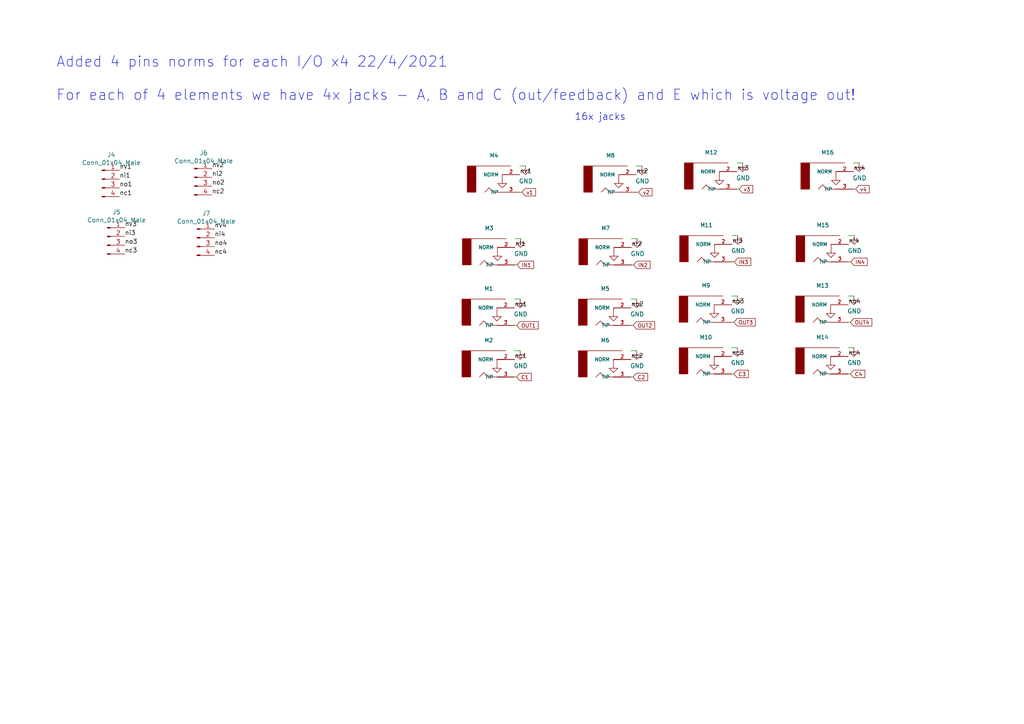
<source format=kicad_sch>
(kicad_sch (version 20211123) (generator eeschema)
  (paper "A4")
  (lib_symbols
    (symbol "Connector:Conn_01x04_Male" (pin_names (offset 1.016) hide)
      (property "Reference" "J" (at 0 5.08 0))
      (property "Value" "Conn_01x04_Male" (at 0 -7.62 0))
      (symbol "Conn_01x04_Male_1_1"
        (polyline (pts (xy 1.27 -5.08) (xy 0.8636 -5.08)) (stroke (width 0.1524)))
        (polyline (pts (xy 1.27 -2.54) (xy 0.8636 -2.54)) (stroke (width 0.1524)))
        (polyline (pts (xy 1.27 0) (xy 0.8636 0)) (stroke (width 0.1524)))
        (polyline (pts (xy 1.27 2.54) (xy 0.8636 2.54)) (stroke (width 0.1524)))
        (rectangle (start 0.8636 -4.953) (end 0 -5.207) (stroke (width 0.1524)) (fill (type outline)))
        (rectangle (start 0.8636 -2.413) (end 0 -2.667) (stroke (width 0.1524)) (fill (type outline)))
        (rectangle (start 0.8636 0.127) (end 0 -0.127) (stroke (width 0.1524)) (fill (type outline)))
        (rectangle (start 0.8636 2.667) (end 0 2.413) (stroke (width 0.1524)) (fill (type outline)))
        (pin passive line (at 5.08 2.54 180) (length 3.81) (name "Pin_1") (number "1"))
        (pin passive line (at 5.08 0 180) (length 3.81) (name "Pin_2") (number "2"))
        (pin passive line (at 5.08 -2.54 180) (length 3.81) (name "Pin_3") (number "3"))
        (pin passive line (at 5.08 -5.08 180) (length 3.81) (name "Pin_4") (number "4"))
      )
    )
    (symbol "power:GND" (power) (pin_names (offset 0))
      (property "Value" "GND" (at 0 -3.81 0))
      (symbol "GND_0_1"
        (polyline (pts (xy 0 0) (xy 0 -1.27) (xy 1.27 -1.27) (xy 0 -2.54) (xy -1.27 -1.27) (xy 0 -1.27)))
      )
      (symbol "GND_1_1"
        (pin power_in line (at 0 0 270) (length 0) hide (name "GND") (number "1"))
      )
    )
    (symbol "touch-rescue:AUDIO-JACKERTHENVAR-PJ398-allcolours-rescue" (pin_names (offset 1.016))
      (property "Reference" "M" (at -7.493 4.445 0))
      (symbol "AUDIO-JACKERTHENVAR-PJ398-allcolours-rescue_1_0"
        (polyline (pts (xy -5.08 2.54) (xy 5.08 2.54)))
        (polyline (pts (xy -2.54 -5.08) (xy -1.27 -3.81)))
        (polyline (pts (xy -1.27 -3.81) (xy 0 -5.08)))
        (polyline (pts (xy 0 -5.08) (xy 5.08 -5.08)))
        (polyline (pts (xy 1.27 -2.54) (xy 2.54 -2.54)))
        (polyline (pts (xy 2.54 -3.81) (xy 1.27 -2.54)))
        (polyline (pts (xy 2.54 -2.54) (xy 2.54 0)))
        (polyline (pts (xy 2.54 -2.54) (xy 3.81 -2.54)))
        (polyline (pts (xy 3.81 -2.54) (xy 2.54 -3.81)))
        (polyline (pts (xy 5.08 0) (xy 2.54 0)))
      )
      (symbol "AUDIO-JACKERTHENVAR-PJ398-allcolours-rescue_1_1"
        (rectangle (start -7.62 -5.08) (end -5.08 2.54) (fill (type outline)))
        (pin bidirectional line (at 7.62 2.54 180) (length 5.08) hide (name "RING") (number "1"))
        (pin bidirectional line (at 7.62 0 180) (length 5.08) (name "NORM") (number "2"))
        (pin bidirectional line (at 7.62 -5.08 180) (length 5.08) (name "TIP") (number "3"))
      )
    )
  )
  (wire (pts (xy 184.531 48.133) (xy 186.182 48.133)))
  (wire (pts (xy 183.007 101.727) (xy 184.658 101.727)))
  (wire (pts (xy 183.007 94.361) (xy 183.642 94.361)))
  (wire (pts (xy 212.217 108.458) (xy 212.852 108.458)))
  (wire (pts (xy 149.225 101.727) (xy 150.876 101.727)))
  (wire (pts (xy 246.126 68.326) (xy 247.777 68.326)))
  (wire (pts (xy 245.999 100.838) (xy 247.65 100.838)))
  (wire (pts (xy 150.749 55.753) (xy 151.384 55.753)))
  (wire (pts (xy 150.749 48.133) (xy 152.4 48.133)))
  (wire (pts (xy 245.999 108.458) (xy 246.634 108.458)))
  (wire (pts (xy 183.134 76.835) (xy 183.769 76.835)))
  (wire (pts (xy 212.217 100.838) (xy 213.868 100.838)))
  (wire (pts (xy 212.344 75.946) (xy 212.979 75.946)))
  (wire (pts (xy 149.352 69.215) (xy 151.003 69.215)))
  (wire (pts (xy 245.999 93.472) (xy 246.634 93.472)))
  (wire (pts (xy 247.523 47.244) (xy 249.174 47.244)))
  (wire (pts (xy 183.134 69.215) (xy 184.785 69.215)))
  (wire (pts (xy 149.225 109.347) (xy 149.86 109.347)))
  (wire (pts (xy 246.126 75.946) (xy 246.761 75.946)))
  (wire (pts (xy 213.741 54.864) (xy 214.376 54.864)))
  (wire (pts (xy 212.344 68.326) (xy 213.995 68.326)))
  (wire (pts (xy 245.999 85.852) (xy 247.65 85.852)))
  (wire (pts (xy 149.352 76.835) (xy 149.987 76.835)))
  (wire (pts (xy 212.217 85.852) (xy 213.868 85.852)))
  (wire (pts (xy 183.007 109.347) (xy 183.642 109.347)))
  (wire (pts (xy 212.217 93.472) (xy 212.852 93.472)))
  (wire (pts (xy 149.225 94.361) (xy 149.86 94.361)))
  (wire (pts (xy 247.523 54.864) (xy 248.158 54.864)))
  (wire (pts (xy 184.531 55.753) (xy 185.166 55.753)))
  (wire (pts (xy 149.225 86.741) (xy 150.876 86.741)))
  (wire (pts (xy 183.007 86.741) (xy 184.658 86.741)))
  (wire (pts (xy 213.741 47.244) (xy 215.392 47.244)))
  (text "16x jacks" (at 166.624 35.179 0) (effects (font (size 2.0066 2.0066)) (justify left bottom)))
  (text "Added 4 pins norms for each I/O x4 22/4/2021\n\nFor each of 4 elements we have 4x jacks - A, B and C (out/feedback) and E which is voltage out!" (at 16.256 29.464 0) (effects (font (size 2.9972 2.9972)) (justify left bottom)))
  (label "ni1" (at 149.352 71.755 0))
  (label "no1" (at 34.671 54.483 0))
  (label "ni1" (at 34.671 51.943 0))
  (label "ni4" (at 62.23 68.961 0))
  (label "no2" (at 183.007 89.281 0))
  (label "nv1" (at 150.749 50.673 0))
  (label "nv3" (at 36.195 66.04 0))
  (label "nv2" (at 61.468 48.895 0))
  (label "nc2" (at 61.468 56.515 0))
  (label "nv3" (at 213.741 49.784 0))
  (label "nc1" (at 34.671 57.023 0))
  (label "no4" (at 245.999 88.392 0))
  (label "no2" (at 61.468 53.975 0))
  (label "nv2" (at 184.531 50.673 0))
  (label "nc2" (at 183.007 104.267 0))
  (label "ni2" (at 61.468 51.435 0))
  (label "nv1" (at 34.671 49.403 0))
  (label "nc4" (at 62.23 74.041 0))
  (label "no3" (at 36.195 71.12 0))
  (label "no3" (at 212.217 88.392 0))
  (label "nv4" (at 247.523 49.784 0))
  (label "ni3" (at 36.195 68.58 0))
  (label "nv4" (at 62.23 66.421 0))
  (label "ni2" (at 183.134 71.755 0))
  (label "nc4" (at 245.999 103.378 0))
  (label "nc3" (at 212.217 103.378 0))
  (label "ni4" (at 246.126 70.866 0))
  (label "nc1" (at 149.225 104.267 0))
  (label "ni3" (at 212.344 70.866 0))
  (label "nc3" (at 36.195 73.66 0))
  (label "no1" (at 149.225 89.281 0))
  (label "no4" (at 62.23 71.501 0))
  (global_label "IN3" (shape input) (at 212.979 75.946 0) (effects (font (size 1.0922 1.0922))) (property "Intersheet References" "${INTERSHEET_REFS}" (effects hide)))
  (global_label "C4" (shape input) (at 246.634 108.458 0) (effects (font (size 1.0922 1.0922))) (property "Intersheet References" "${INTERSHEET_REFS}" (effects hide)))
  (global_label "v3" (shape input) (at 214.376 54.864 0) (effects (font (size 1.0922 1.0922))) (property "Intersheet References" "${INTERSHEET_REFS}" (effects hide)))
  (global_label "IN2" (shape input) (at 183.769 76.835 0) (effects (font (size 1.0922 1.0922))) (property "Intersheet References" "${INTERSHEET_REFS}" (effects hide)))
  (global_label "v2" (shape input) (at 185.166 55.753 0) (effects (font (size 1.0922 1.0922))) (property "Intersheet References" "${INTERSHEET_REFS}" (effects hide)))
  (global_label "IN1" (shape input) (at 149.987 76.835 0) (effects (font (size 1.0922 1.0922))) (property "Intersheet References" "${INTERSHEET_REFS}" (effects hide)))
  (global_label "OUT2" (shape input) (at 183.642 94.361 0) (effects (font (size 1.0922 1.0922))) (property "Intersheet References" "${INTERSHEET_REFS}" (effects hide)))
  (global_label "OUT4" (shape input) (at 246.634 93.472 0) (effects (font (size 1.0922 1.0922))) (property "Intersheet References" "${INTERSHEET_REFS}" (effects hide)))
  (global_label "C2" (shape input) (at 183.642 109.347 0) (effects (font (size 1.0922 1.0922))) (property "Intersheet References" "${INTERSHEET_REFS}" (effects hide)))
  (global_label "v1" (shape input) (at 151.384 55.753 0) (effects (font (size 1.0922 1.0922))) (property "Intersheet References" "${INTERSHEET_REFS}" (effects hide)))
  (global_label "OUT3" (shape input) (at 212.852 93.472 0) (effects (font (size 1.0922 1.0922))) (property "Intersheet References" "${INTERSHEET_REFS}" (effects hide)))
  (global_label "C3" (shape input) (at 212.852 108.458 0) (effects (font (size 1.0922 1.0922))) (property "Intersheet References" "${INTERSHEET_REFS}" (effects hide)))
  (global_label "IN4" (shape input) (at 246.761 75.946 0) (effects (font (size 1.0922 1.0922))) (property "Intersheet References" "${INTERSHEET_REFS}" (effects hide)))
  (global_label "OUT1" (shape input) (at 149.86 94.361 0) (effects (font (size 1.0922 1.0922))) (property "Intersheet References" "${INTERSHEET_REFS}" (effects hide)))
  (global_label "v4" (shape input) (at 248.158 54.864 0) (effects (font (size 1.0922 1.0922))) (property "Intersheet References" "${INTERSHEET_REFS}" (effects hide)))
  (global_label "C1" (shape input) (at 149.86 109.347 0) (effects (font (size 1.0922 1.0922))) (property "Intersheet References" "${INTERSHEET_REFS}" (effects hide)))
  (symbol (lib_id "touch-rescue:AUDIO-JACKERTHENVAR-PJ398-allcolours-rescue") (at 143.129 50.673 0) (unit 1)
    (property "Reference" "M4" (at 143.2814 45.1104 0) (effects (font (size 1.143 1.143))))
    (property "Value" "AUDIO-JACKERTHENVAR-PJ398" (effects hide))
    (property "Footprint" "new_kicad:Jack_3.5mm_QingPu_WQP-PJ398SM_Vertical_CircularHoles" (effects hide))
  )
  (symbol (lib_id "power:GND") (at 152.4 48.133 0) (unit 1)
    (property "Reference" "#PWR081" (effects hide))
    (property "Value" "GND" (at 152.527 52.5272 0))
  )
  (symbol (lib_id "touch-rescue:AUDIO-JACKERTHENVAR-PJ398-allcolours-rescue") (at 176.911 50.673 0) (unit 1)
    (property "Reference" "M8" (at 177.0634 45.1104 0) (effects (font (size 1.143 1.143))))
    (property "Value" "AUDIO-JACKERTHENVAR-PJ398" (effects hide))
    (property "Footprint" "new_kicad:Jack_3.5mm_QingPu_WQP-PJ398SM_Vertical_CircularHoles" (effects hide))
  )
  (symbol (lib_id "power:GND") (at 186.182 48.133 0) (unit 1)
    (property "Reference" "#PWR095" (effects hide))
    (property "Value" "GND" (at 186.309 52.5272 0))
  )
  (symbol (lib_id "touch-rescue:AUDIO-JACKERTHENVAR-PJ398-allcolours-rescue") (at 206.121 49.784 0) (unit 1)
    (property "Reference" "M12" (at 206.2734 44.2214 0) (effects (font (size 1.143 1.143))))
    (property "Value" "AUDIO-JACKERTHENVAR-PJ398" (effects hide))
    (property "Footprint" "new_kicad:Jack_3.5mm_QingPu_WQP-PJ398SM_Vertical_CircularHoles" (effects hide))
  )
  (symbol (lib_id "power:GND") (at 215.392 47.244 0) (unit 1)
    (property "Reference" "#PWR099" (effects hide))
    (property "Value" "GND" (at 215.519 51.6382 0))
  )
  (symbol (lib_id "touch-rescue:AUDIO-JACKERTHENVAR-PJ398-allcolours-rescue") (at 239.903 49.784 0) (unit 1)
    (property "Reference" "M16" (at 240.0554 44.2214 0) (effects (font (size 1.143 1.143))))
    (property "Value" "AUDIO-JACKERTHENVAR-PJ398" (effects hide))
    (property "Footprint" "new_kicad:Jack_3.5mm_QingPu_WQP-PJ398SM_Vertical_CircularHoles" (effects hide))
  )
  (symbol (lib_id "power:GND") (at 249.174 47.244 0) (unit 1)
    (property "Reference" "#PWR0114" (effects hide))
    (property "Value" "GND" (at 249.301 51.6382 0))
  )
  (symbol (lib_id "touch-rescue:AUDIO-JACKERTHENVAR-PJ398-allcolours-rescue") (at 141.732 71.755 0) (unit 1)
    (property "Reference" "M3" (at 141.8844 66.1924 0) (effects (font (size 1.143 1.143))))
    (property "Value" "AUDIO-JACKERTHENVAR-PJ398" (effects hide))
    (property "Footprint" "new_kicad:Jack_3.5mm_QingPu_WQP-PJ398SM_Vertical_CircularHoles" (effects hide))
  )
  (symbol (lib_id "power:GND") (at 151.003 69.215 0) (unit 1)
    (property "Reference" "#PWR080" (effects hide))
    (property "Value" "GND" (at 151.13 73.6092 0))
  )
  (symbol (lib_id "touch-rescue:AUDIO-JACKERTHENVAR-PJ398-allcolours-rescue") (at 175.514 71.755 0) (unit 1)
    (property "Reference" "M7" (at 175.6664 66.1924 0) (effects (font (size 1.143 1.143))))
    (property "Value" "AUDIO-JACKERTHENVAR-PJ398" (effects hide))
    (property "Footprint" "new_kicad:Jack_3.5mm_QingPu_WQP-PJ398SM_Vertical_CircularHoles" (effects hide))
  )
  (symbol (lib_id "power:GND") (at 184.785 69.215 0) (unit 1)
    (property "Reference" "#PWR092" (effects hide))
    (property "Value" "GND" (at 184.912 73.6092 0))
  )
  (symbol (lib_id "touch-rescue:AUDIO-JACKERTHENVAR-PJ398-allcolours-rescue") (at 204.724 70.866 0) (unit 1)
    (property "Reference" "M11" (at 204.8764 65.3034 0) (effects (font (size 1.143 1.143))))
    (property "Value" "AUDIO-JACKERTHENVAR-PJ398" (effects hide))
    (property "Footprint" "new_kicad:Jack_3.5mm_QingPu_WQP-PJ398SM_Vertical_CircularHoles" (effects hide))
  )
  (symbol (lib_id "power:GND") (at 213.995 68.326 0) (unit 1)
    (property "Reference" "#PWR098" (effects hide))
    (property "Value" "GND" (at 214.122 72.7202 0))
  )
  (symbol (lib_id "touch-rescue:AUDIO-JACKERTHENVAR-PJ398-allcolours-rescue") (at 238.506 70.866 0) (unit 1)
    (property "Reference" "M15" (at 238.6584 65.3034 0) (effects (font (size 1.143 1.143))))
    (property "Value" "AUDIO-JACKERTHENVAR-PJ398" (effects hide))
    (property "Footprint" "new_kicad:Jack_3.5mm_QingPu_WQP-PJ398SM_Vertical_CircularHoles" (effects hide))
  )
  (symbol (lib_id "power:GND") (at 247.777 68.326 0) (unit 1)
    (property "Reference" "#PWR0113" (effects hide))
    (property "Value" "GND" (at 247.904 72.7202 0))
  )
  (symbol (lib_id "touch-rescue:AUDIO-JACKERTHENVAR-PJ398-allcolours-rescue") (at 141.605 89.281 0) (unit 1)
    (property "Reference" "M1" (at 141.7574 83.7184 0) (effects (font (size 1.143 1.143))))
    (property "Value" "AUDIO-JACKERTHENVAR-PJ398" (effects hide))
    (property "Footprint" "new_kicad:Jack_3.5mm_QingPu_WQP-PJ398SM_Vertical_CircularHoles" (effects hide))
  )
  (symbol (lib_id "power:GND") (at 150.876 86.741 0) (unit 1)
    (property "Reference" "#PWR078" (effects hide))
    (property "Value" "GND" (at 151.003 91.1352 0))
  )
  (symbol (lib_id "touch-rescue:AUDIO-JACKERTHENVAR-PJ398-allcolours-rescue") (at 175.387 89.281 0) (unit 1)
    (property "Reference" "M5" (at 175.5394 83.7184 0) (effects (font (size 1.143 1.143))))
    (property "Value" "AUDIO-JACKERTHENVAR-PJ398" (effects hide))
    (property "Footprint" "new_kicad:Jack_3.5mm_QingPu_WQP-PJ398SM_Vertical_CircularHoles" (effects hide))
  )
  (symbol (lib_id "power:GND") (at 184.658 86.741 0) (unit 1)
    (property "Reference" "#PWR082" (effects hide))
    (property "Value" "GND" (at 184.785 91.1352 0))
  )
  (symbol (lib_id "touch-rescue:AUDIO-JACKERTHENVAR-PJ398-allcolours-rescue") (at 204.597 88.392 0) (unit 1)
    (property "Reference" "M9" (at 204.7494 82.8294 0) (effects (font (size 1.143 1.143))))
    (property "Value" "AUDIO-JACKERTHENVAR-PJ398" (effects hide))
    (property "Footprint" "new_kicad:Jack_3.5mm_QingPu_WQP-PJ398SM_Vertical_CircularHoles" (effects hide))
  )
  (symbol (lib_id "power:GND") (at 213.868 85.852 0) (unit 1)
    (property "Reference" "#PWR096" (effects hide))
    (property "Value" "GND" (at 213.995 90.2462 0))
  )
  (symbol (lib_id "touch-rescue:AUDIO-JACKERTHENVAR-PJ398-allcolours-rescue") (at 238.379 88.392 0) (unit 1)
    (property "Reference" "M13" (at 238.5314 82.8294 0) (effects (font (size 1.143 1.143))))
    (property "Value" "AUDIO-JACKERTHENVAR-PJ398" (effects hide))
    (property "Footprint" "new_kicad:Jack_3.5mm_QingPu_WQP-PJ398SM_Vertical_CircularHoles" (effects hide))
  )
  (symbol (lib_id "power:GND") (at 247.65 85.852 0) (unit 1)
    (property "Reference" "#PWR0100" (effects hide))
    (property "Value" "GND" (at 247.777 90.2462 0))
  )
  (symbol (lib_id "touch-rescue:AUDIO-JACKERTHENVAR-PJ398-allcolours-rescue") (at 141.605 104.267 0) (unit 1)
    (property "Reference" "M2" (at 141.7574 98.7044 0) (effects (font (size 1.143 1.143))))
    (property "Value" "AUDIO-JACKERTHENVAR-PJ398" (effects hide))
    (property "Footprint" "new_kicad:Jack_3.5mm_QingPu_WQP-PJ398SM_Vertical_CircularHoles" (effects hide))
  )
  (symbol (lib_id "power:GND") (at 150.876 101.727 0) (unit 1)
    (property "Reference" "#PWR079" (effects hide))
    (property "Value" "GND" (at 151.003 106.1212 0))
  )
  (symbol (lib_id "touch-rescue:AUDIO-JACKERTHENVAR-PJ398-allcolours-rescue") (at 175.387 104.267 0) (unit 1)
    (property "Reference" "M6" (at 175.5394 98.7044 0) (effects (font (size 1.143 1.143))))
    (property "Value" "AUDIO-JACKERTHENVAR-PJ398" (effects hide))
    (property "Footprint" "new_kicad:Jack_3.5mm_QingPu_WQP-PJ398SM_Vertical_CircularHoles" (effects hide))
  )
  (symbol (lib_id "power:GND") (at 184.658 101.727 0) (unit 1)
    (property "Reference" "#PWR091" (effects hide))
    (property "Value" "GND" (at 184.785 106.1212 0))
  )
  (symbol (lib_id "touch-rescue:AUDIO-JACKERTHENVAR-PJ398-allcolours-rescue") (at 204.597 103.378 0) (unit 1)
    (property "Reference" "M10" (at 204.7494 97.8154 0) (effects (font (size 1.143 1.143))))
    (property "Value" "AUDIO-JACKERTHENVAR-PJ398" (effects hide))
    (property "Footprint" "new_kicad:Jack_3.5mm_QingPu_WQP-PJ398SM_Vertical_CircularHoles" (effects hide))
  )
  (symbol (lib_id "power:GND") (at 213.868 100.838 0) (unit 1)
    (property "Reference" "#PWR097" (effects hide))
    (property "Value" "GND" (at 213.995 105.2322 0))
  )
  (symbol (lib_id "touch-rescue:AUDIO-JACKERTHENVAR-PJ398-allcolours-rescue") (at 238.379 103.378 0) (unit 1)
    (property "Reference" "M14" (at 238.5314 97.8154 0) (effects (font (size 1.143 1.143))))
    (property "Value" "AUDIO-JACKERTHENVAR-PJ398" (effects hide))
    (property "Footprint" "new_kicad:Jack_3.5mm_QingPu_WQP-PJ398SM_Vertical_CircularHoles" (effects hide))
  )
  (symbol (lib_id "power:GND") (at 247.65 100.838 0) (unit 1)
    (property "Reference" "#PWR0112" (effects hide))
    (property "Value" "GND" (at 247.777 105.2322 0))
  )
  (symbol (lib_id "Connector:Conn_01x04_Male") (at 29.591 51.943 0) (unit 1)
    (property "Reference" "J4" (at 32.2834 44.8818 0))
    (property "Value" "Conn_01x04_Male" (at 32.2834 47.1932 0))
    (property "Footprint" "Pin_Headers:Pin_Header_Straight_1x04_Pitch2.54mm" (effects hide))
  )
  (symbol (lib_id "Connector:Conn_01x04_Male") (at 56.388 51.435 0) (unit 1)
    (property "Reference" "J6" (at 59.0804 44.3738 0))
    (property "Value" "Conn_01x04_Male" (at 59.0804 46.6852 0))
    (property "Footprint" "Pin_Headers:Pin_Header_Straight_1x04_Pitch2.54mm" (effects hide))
  )
  (symbol (lib_id "Connector:Conn_01x04_Male") (at 31.115 68.58 0) (unit 1)
    (property "Reference" "J5" (at 33.8074 61.5188 0))
    (property "Value" "Conn_01x04_Male" (at 33.8074 63.8302 0))
    (property "Footprint" "Pin_Headers:Pin_Header_Straight_1x04_Pitch2.54mm" (effects hide))
  )
  (symbol (lib_id "Connector:Conn_01x04_Male") (at 57.15 68.961 0) (unit 1)
    (property "Reference" "J7" (at 59.8424 61.8998 0))
    (property "Value" "Conn_01x04_Male" (at 59.8424 64.2112 0))
    (property "Footprint" "Pin_Headers:Pin_Header_Straight_1x04_Pitch2.54mm" (effects hide))
  )
)
</source>
